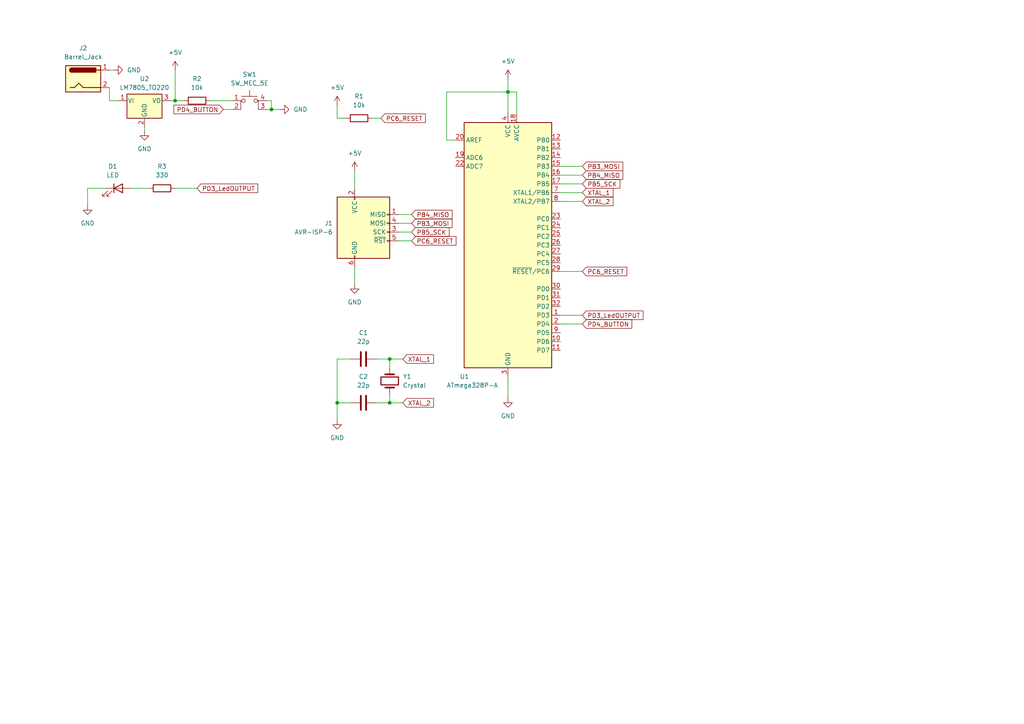
<source format=kicad_sch>
(kicad_sch (version 20230121) (generator eeschema)
  (paper "A4")
  (lib_symbols
    (symbol "Connector:AVR-ISP-6" (pin_names (offset 1.016))
      (property "Reference" "J" (at -6.35 11.43 0))
      (property "Value" "AVR-ISP-6" (at 0 11.43 0))
      (symbol "AVR-ISP-6_0_1"
        (rectangle (start -2.667 -6.858) (end -2.413 -7.62))
        (rectangle (start -2.667 10.16) (end -2.413 9.398))
        (rectangle (start 7.62 -2.413) (end 6.858 -2.667))
        (rectangle (start 7.62 0.127) (end 6.858 -0.127))
        (rectangle (start 7.62 2.667) (end 6.858 2.413))
        (rectangle (start 7.62 5.207) (end 6.858 4.953))
        (rectangle (start 7.62 10.16) (end -7.62 -7.62) (stroke (width 0.254)) (fill (type background)))
      )
      (symbol "AVR-ISP-6_1_1"
        (pin passive line (at 10.16 5.08 180) (length 2.54) (name "MISO") (number "1"))
        (pin passive line (at -2.54 12.7 270) (length 2.54) (name "VCC") (number "2"))
        (pin passive line (at 10.16 0 180) (length 2.54) (name "SCK") (number "3"))
        (pin passive line (at 10.16 2.54 180) (length 2.54) (name "MOSI") (number "4"))
        (pin passive line (at 10.16 -2.54 180) (length 2.54) (name "~{RST}") (number "5"))
        (pin passive line (at -2.54 -10.16 90) (length 2.54) (name "GND") (number "6"))
      )
    )
    (symbol "Connector:Barrel_Jack" (pin_names (offset 1.016))
      (property "Reference" "J" (at 0 5.334 0))
      (property "Value" "Barrel_Jack" (at 0 -5.08 0))
      (symbol "Barrel_Jack_0_1"
        (rectangle (start -5.08 3.81) (end 5.08 -3.81) (stroke (width 0.254)) (fill (type background)))
        (arc (start -3.302 3.175) (mid -3.9343 2.54) (end -3.302 1.905) (stroke (width 0.254)))
        (arc (start -3.302 3.175) (mid -3.9343 2.54) (end -3.302 1.905) (stroke (width 0.254)) (fill (type outline)))
        (polyline (pts (xy 5.08 2.54) (xy 3.81 2.54)) (stroke (width 0.254)))
        (polyline (pts (xy -3.81 -2.54) (xy -2.54 -2.54) (xy -1.27 -1.27) (xy 0 -2.54) (xy 2.54 -2.54) (xy 5.08 -2.54)) (stroke (width 0.254)))
        (rectangle (start 3.683 3.175) (end -3.302 1.905) (stroke (width 0.254)) (fill (type outline)))
      )
      (symbol "Barrel_Jack_1_1"
        (pin passive line (at 7.62 2.54 180) (length 2.54) (name "~") (number "1"))
        (pin passive line (at 7.62 -2.54 180) (length 2.54) (name "~") (number "2"))
      )
    )
    (symbol "Device:C" (pin_numbers hide) (pin_names (offset 0.254))
      (property "Reference" "C" (at 0.635 2.54 0))
      (property "Value" "C" (at 0.635 -2.54 0))
      (symbol "C_0_1"
        (polyline (pts (xy -2.032 -0.762) (xy 2.032 -0.762)) (stroke (width 0.508)))
        (polyline (pts (xy -2.032 0.762) (xy 2.032 0.762)) (stroke (width 0.508)))
      )
      (symbol "C_1_1"
        (pin passive line (at 0 3.81 270) (length 2.794) (name "~") (number "1"))
        (pin passive line (at 0 -3.81 90) (length 2.794) (name "~") (number "2"))
      )
    )
    (symbol "Device:Crystal" (pin_numbers hide) (pin_names (offset 1.016) hide)
      (property "Reference" "Y" (at 0 3.81 0))
      (property "Value" "Crystal" (at 0 -3.81 0))
      (symbol "Crystal_0_1"
        (rectangle (start -1.143 2.54) (end 1.143 -2.54) (stroke (width 0.3048)))
        (polyline (pts (xy -2.54 0) (xy -1.905 0)))
        (polyline (pts (xy -1.905 -1.27) (xy -1.905 1.27)) (stroke (width 0.508)))
        (polyline (pts (xy 1.905 -1.27) (xy 1.905 1.27)) (stroke (width 0.508)))
        (polyline (pts (xy 2.54 0) (xy 1.905 0)))
      )
      (symbol "Crystal_1_1"
        (pin passive line (at -3.81 0 0) (length 1.27) (name "1") (number "1"))
        (pin passive line (at 3.81 0 180) (length 1.27) (name "2") (number "2"))
      )
    )
    (symbol "Device:LED" (pin_numbers hide) (pin_names (offset 1.016) hide)
      (property "Reference" "D" (at 0 2.54 0))
      (property "Value" "LED" (at 0 -2.54 0))
      (symbol "LED_0_1"
        (polyline (pts (xy -1.27 -1.27) (xy -1.27 1.27)) (stroke (width 0.254)))
        (polyline (pts (xy -1.27 0) (xy 1.27 0)))
        (polyline (pts (xy 1.27 -1.27) (xy 1.27 1.27) (xy -1.27 0) (xy 1.27 -1.27)) (stroke (width 0.254)))
        (polyline (pts (xy -3.048 -0.762) (xy -4.572 -2.286) (xy -3.81 -2.286) (xy -4.572 -2.286) (xy -4.572 -1.524)))
        (polyline (pts (xy -1.778 -0.762) (xy -3.302 -2.286) (xy -2.54 -2.286) (xy -3.302 -2.286) (xy -3.302 -1.524)))
      )
      (symbol "LED_1_1"
        (pin passive line (at -3.81 0 0) (length 2.54) (name "K") (number "1"))
        (pin passive line (at 3.81 0 180) (length 2.54) (name "A") (number "2"))
      )
    )
    (symbol "Device:R" (pin_numbers hide) (pin_names (offset 0))
      (property "Reference" "R1" (at 6.35 0 90))
      (property "Value" "10k" (at 3.81 0 90))
      (symbol "R_0_1"
        (rectangle (start -1.016 2.54) (end 1.016 -2.54) (stroke (width 0.254)))
      )
      (symbol "R_1_1"
        (pin passive line (at 0 3.81 270) (length 1.27) (name "~") (number "1"))
        (pin passive line (at 0 -3.81 90) (length 1.27) (name "~") (number "2"))
      )
    )
    (symbol "MCU_Microchip_ATmega:ATmega328P-A"
      (property "Reference" "U" (at -12.7 36.83 0))
      (property "Value" "ATmega328P-A" (at 2.54 -36.83 0))
      (symbol "ATmega328P-A_0_1"
        (rectangle (start -12.7 -35.56) (end 12.7 35.56) (stroke (width 0.254)) (fill (type background)))
      )
      (symbol "ATmega328P-A_1_1"
        (pin bidirectional line (at 15.24 -20.32 180) (length 2.54) (name "PD3") (number "1"))
        (pin bidirectional line (at 15.24 -27.94 180) (length 2.54) (name "PD6") (number "10"))
        (pin bidirectional line (at 15.24 -30.48 180) (length 2.54) (name "PD7") (number "11"))
        (pin bidirectional line (at 15.24 30.48 180) (length 2.54) (name "PB0") (number "12"))
        (pin bidirectional line (at 15.24 27.94 180) (length 2.54) (name "PB1") (number "13"))
        (pin bidirectional line (at 15.24 25.4 180) (length 2.54) (name "PB2") (number "14"))
        (pin bidirectional line (at 15.24 22.86 180) (length 2.54) (name "PB3") (number "15"))
        (pin bidirectional line (at 15.24 20.32 180) (length 2.54) (name "PB4") (number "16"))
        (pin bidirectional line (at 15.24 17.78 180) (length 2.54) (name "PB5") (number "17"))
        (pin power_in line (at 2.54 38.1 270) (length 2.54) (name "AVCC") (number "18"))
        (pin input line (at -15.24 25.4 0) (length 2.54) (name "ADC6") (number "19"))
        (pin bidirectional line (at 15.24 -22.86 180) (length 2.54) (name "PD4") (number "2"))
        (pin passive line (at -15.24 30.48 0) (length 2.54) (name "AREF") (number "20"))
        (pin passive line (at 0 -38.1 90) (length 2.54) hide (name "GND") (number "21"))
        (pin input line (at -15.24 22.86 0) (length 2.54) (name "ADC7") (number "22"))
        (pin bidirectional line (at 15.24 7.62 180) (length 2.54) (name "PC0") (number "23"))
        (pin bidirectional line (at 15.24 5.08 180) (length 2.54) (name "PC1") (number "24"))
        (pin bidirectional line (at 15.24 2.54 180) (length 2.54) (name "PC2") (number "25"))
        (pin bidirectional line (at 15.24 0 180) (length 2.54) (name "PC3") (number "26"))
        (pin bidirectional line (at 15.24 -2.54 180) (length 2.54) (name "PC4") (number "27"))
        (pin bidirectional line (at 15.24 -5.08 180) (length 2.54) (name "PC5") (number "28"))
        (pin bidirectional line (at 15.24 -7.62 180) (length 2.54) (name "~{RESET}/PC6") (number "29"))
        (pin power_in line (at 0 -38.1 90) (length 2.54) (name "GND") (number "3"))
        (pin bidirectional line (at 15.24 -12.7 180) (length 2.54) (name "PD0") (number "30"))
        (pin bidirectional line (at 15.24 -15.24 180) (length 2.54) (name "PD1") (number "31"))
        (pin bidirectional line (at 15.24 -17.78 180) (length 2.54) (name "PD2") (number "32"))
        (pin power_in line (at 0 38.1 270) (length 2.54) (name "VCC") (number "4"))
        (pin passive line (at 0 -38.1 90) (length 2.54) hide (name "GND") (number "5"))
        (pin passive line (at 0 38.1 270) (length 2.54) hide (name "VCC") (number "6"))
        (pin bidirectional line (at 15.24 15.24 180) (length 2.54) (name "XTAL1/PB6") (number "7"))
        (pin bidirectional line (at 15.24 12.7 180) (length 2.54) (name "XTAL2/PB7") (number "8"))
        (pin bidirectional line (at 15.24 -25.4 180) (length 2.54) (name "PD5") (number "9"))
      )
    )
    (symbol "R_1" (pin_numbers hide) (pin_names (offset 0))
      (property "Reference" "R3" (at 6.35 0 90))
      (property "Value" "330" (at 3.81 0 90))
      (symbol "R_1_0_1"
        (rectangle (start -1.016 2.54) (end 1.016 -2.54) (stroke (width 0.254)))
      )
      (symbol "R_1_1_1"
        (pin passive line (at 0 3.81 270) (length 1.27) (name "~") (number "1"))
        (pin passive line (at 0 -3.81 90) (length 1.27) (name "~") (number "2"))
      )
    )
    (symbol "Regulator_Linear:LM7805_TO220" (pin_names (offset 0.254))
      (property "Reference" "U" (at -3.81 3.175 0))
      (property "Value" "LM7805_TO220" (at 0 3.175 0))
      (symbol "LM7805_TO220_0_1"
        (rectangle (start -5.08 1.905) (end 5.08 -5.08) (stroke (width 0.254)) (fill (type background)))
      )
      (symbol "LM7805_TO220_1_1"
        (pin power_in line (at -7.62 0 0) (length 2.54) (name "VI") (number "1"))
        (pin power_in line (at 0 -7.62 90) (length 2.54) (name "GND") (number "2"))
        (pin power_out line (at 7.62 0 180) (length 2.54) (name "VO") (number "3"))
      )
    )
    (symbol "Switch:SW_MEC_5E" (pin_names (offset 1.016) hide)
      (property "Reference" "SW" (at 0.635 5.715 0))
      (property "Value" "SW_MEC_5E" (at 0 -3.175 0))
      (symbol "SW_MEC_5E_0_1"
        (circle (center -1.778 2.54) (radius 0.508))
        (polyline (pts (xy -2.286 3.81) (xy 2.286 3.81)))
        (polyline (pts (xy 0 3.81) (xy 0 5.588)))
        (polyline (pts (xy -2.54 0) (xy -2.54 2.54) (xy -2.286 2.54)))
        (polyline (pts (xy 2.54 0) (xy 2.54 2.54) (xy 2.286 2.54)))
        (circle (center 1.778 2.54) (radius 0.508))
        (pin passive line (at -5.08 2.54 0) (length 2.54) (name "1") (number "1"))
        (pin passive line (at -5.08 0 0) (length 2.54) (name "2") (number "2"))
        (pin passive line (at 5.08 0 180) (length 2.54) (name "K") (number "3"))
        (pin passive line (at 5.08 2.54 180) (length 2.54) (name "A") (number "4"))
      )
    )
    (symbol "power:+5V" (power) (pin_names (offset 0))
      (property "Value" "+5V" (at 0 3.556 0))
      (symbol "+5V_0_1"
        (polyline (pts (xy -0.762 1.27) (xy 0 2.54)))
        (polyline (pts (xy 0 0) (xy 0 2.54)))
        (polyline (pts (xy 0 2.54) (xy 0.762 1.27)))
      )
      (symbol "+5V_1_1"
        (pin power_in line (at 0 0 90) (length 0) hide (name "+5V") (number "1"))
      )
    )
    (symbol "power:GND" (power) (pin_names (offset 0))
      (property "Value" "GND" (at 0 -3.81 0))
      (symbol "GND_0_1"
        (polyline (pts (xy 0 0) (xy 0 -1.27) (xy 1.27 -1.27) (xy 0 -2.54) (xy -1.27 -1.27) (xy 0 -1.27)))
      )
      (symbol "GND_1_1"
        (pin power_in line (at 0 0 270) (length 0) hide (name "GND") (number "1"))
      )
    )
  )
  (junction (at 50.8 29.21))
  (junction (at 97.79 116.84))
  (junction (at 113.03 116.84))
  (junction (at 147.32 26.67))
  (junction (at 78.74 31.75))
  (junction (at 113.03 104.14))
  (wire (pts (xy 33.02 20.32) (xy 31.75 20.32)))
  (wire (pts (xy 97.79 104.14) (xy 101.6 104.14)))
  (wire (pts (xy 77.47 29.21) (xy 78.74 29.21)))
  (wire (pts (xy 49.53 29.21) (xy 50.8 29.21)))
  (wire (pts (xy 50.8 20.32) (xy 50.8 29.21)))
  (wire (pts (xy 162.56 55.88) (xy 168.91 55.88)))
  (wire (pts (xy 102.87 49.53) (xy 102.87 54.61)))
  (wire (pts (xy 97.79 116.84) (xy 101.6 116.84)))
  (wire (pts (xy 115.57 69.85) (xy 119.38 69.85)))
  (wire (pts (xy 113.03 116.84) (xy 116.84 116.84)))
  (wire (pts (xy 147.32 26.67) (xy 129.54 26.67)))
  (wire (pts (xy 97.79 30.48) (xy 97.79 34.29)))
  (wire (pts (xy 113.03 114.3) (xy 113.03 116.84)))
  (wire (pts (xy 107.95 34.29) (xy 110.49 34.29)))
  (wire (pts (xy 60.96 29.21) (xy 67.31 29.21)))
  (wire (pts (xy 129.54 26.67) (xy 129.54 40.64)))
  (wire (pts (xy 109.22 104.14) (xy 113.03 104.14)))
  (wire (pts (xy 97.79 34.29) (xy 100.33 34.29)))
  (wire (pts (xy 149.86 33.02) (xy 149.86 26.67)))
  (wire (pts (xy 129.54 40.64) (xy 132.08 40.64)))
  (wire (pts (xy 78.74 29.21) (xy 78.74 31.75)))
  (wire (pts (xy 115.57 64.77) (xy 119.38 64.77)))
  (wire (pts (xy 50.8 54.61) (xy 57.15 54.61)))
  (wire (pts (xy 97.79 116.84) (xy 97.79 104.14)))
  (wire (pts (xy 102.87 77.47) (xy 102.87 82.55)))
  (wire (pts (xy 38.1 54.61) (xy 43.18 54.61)))
  (wire (pts (xy 149.86 26.67) (xy 147.32 26.67)))
  (wire (pts (xy 162.56 53.34) (xy 168.91 53.34)))
  (wire (pts (xy 115.57 62.23) (xy 119.38 62.23)))
  (wire (pts (xy 147.32 26.67) (xy 147.32 33.02)))
  (wire (pts (xy 97.79 121.92) (xy 97.79 116.84)))
  (wire (pts (xy 162.56 48.26) (xy 168.91 48.26)))
  (wire (pts (xy 31.75 29.21) (xy 34.29 29.21)))
  (wire (pts (xy 78.74 31.75) (xy 81.28 31.75)))
  (wire (pts (xy 25.4 54.61) (xy 25.4 59.69)))
  (wire (pts (xy 162.56 93.98) (xy 168.91 93.98)))
  (wire (pts (xy 162.56 58.42) (xy 168.91 58.42)))
  (wire (pts (xy 147.32 109.22) (xy 147.32 115.57)))
  (wire (pts (xy 147.32 22.86) (xy 147.32 26.67)))
  (wire (pts (xy 113.03 106.68) (xy 113.03 104.14)))
  (wire (pts (xy 77.47 31.75) (xy 78.74 31.75)))
  (wire (pts (xy 30.48 54.61) (xy 25.4 54.61)))
  (wire (pts (xy 162.56 50.8) (xy 168.91 50.8)))
  (wire (pts (xy 41.91 36.83) (xy 41.91 38.1)))
  (wire (pts (xy 50.8 29.21) (xy 53.34 29.21)))
  (wire (pts (xy 162.56 91.44) (xy 168.91 91.44)))
  (wire (pts (xy 64.77 31.75) (xy 67.31 31.75)))
  (wire (pts (xy 109.22 116.84) (xy 113.03 116.84)))
  (wire (pts (xy 115.57 67.31) (xy 119.38 67.31)))
  (wire (pts (xy 162.56 78.74) (xy 168.91 78.74)))
  (wire (pts (xy 31.75 25.4) (xy 31.75 29.21)))
  (wire (pts (xy 113.03 104.14) (xy 116.84 104.14)))
  (global_label "XTAL_1" (shape input) (at 168.91 55.88 0) (property "Intersheetrefs" "${INTERSHEET_REFS}" (effects hide)))
  (global_label "PD4_BUTTON" (shape input) (at 64.77 31.75 180) (property "Intersheetrefs" "${INTERSHEET_REFS}" (effects hide)))
  (global_label "PD4_BUTTON" (shape input) (at 168.91 93.98 0) (property "Intersheetrefs" "${INTERSHEET_REFS}" (effects hide)))
  (global_label "PC6_RESET" (shape input) (at 119.38 69.85 0) (property "Intersheetrefs" "${INTERSHEET_REFS}" (effects hide)))
  (global_label "PB3_MOSI" (shape input) (at 168.91 48.26 0) (property "Intersheetrefs" "${INTERSHEET_REFS}" (effects hide)))
  (global_label "PB3_MOSI" (shape input) (at 119.38 64.77 0) (property "Intersheetrefs" "${INTERSHEET_REFS}" (effects hide)))
  (global_label "XTAL_2" (shape input) (at 116.84 116.84 0) (property "Intersheetrefs" "${INTERSHEET_REFS}" (effects hide)))
  (global_label "PD3_LedOUTPUT" (shape input) (at 168.91 91.44 0) (property "Intersheetrefs" "${INTERSHEET_REFS}" (effects hide)))
  (global_label "XTAL_2" (shape input) (at 168.91 58.42 0) (property "Intersheetrefs" "${INTERSHEET_REFS}" (effects hide)))
  (global_label "PC6_RESET" (shape input) (at 168.91 78.74 0) (property "Intersheetrefs" "${INTERSHEET_REFS}" (effects hide)))
  (global_label "PB5_SCK" (shape input) (at 119.38 67.31 0) (property "Intersheetrefs" "${INTERSHEET_REFS}" (effects hide)))
  (global_label "XTAL_1" (shape input) (at 116.84 104.14 0) (property "Intersheetrefs" "${INTERSHEET_REFS}" (effects hide)))
  (global_label "PB4_MISO" (shape input) (at 168.91 50.8 0) (property "Intersheetrefs" "${INTERSHEET_REFS}" (effects hide)))
  (global_label "PD3_LedOUTPUT" (shape input) (at 57.15 54.61 0) (property "Intersheetrefs" "${INTERSHEET_REFS}" (effects hide)))
  (global_label "PC6_RESET" (shape input) (at 110.49 34.29 0) (property "Intersheetrefs" "${INTERSHEET_REFS}" (effects hide)))
  (global_label "PB4_MISO" (shape input) (at 119.38 62.23 0) (property "Intersheetrefs" "${INTERSHEET_REFS}" (effects hide)))
  (global_label "PB5_SCK" (shape input) (at 168.91 53.34 0) (property "Intersheetrefs" "${INTERSHEET_REFS}" (effects hide)))
  (symbol (lib_id "Regulator_Linear:LM7805_TO220") (at 41.91 29.21 0) (unit 1)
    (property "Reference" "U2" (at 41.91 22.86 0))
    (property "Value" "LM7805_TO220" (at 41.91 25.4 0))
    (property "Footprint" "Package_TO_SOT_THT:TO-220-3_Vertical" (effects hide))
    (property "Datasheet" "https://www.onsemi.cn/PowerSolutions/document/MC7800-D.PDF" (effects hide))
  )
  (symbol (lib_id "power:+5V") (at 102.87 49.53 0) (unit 1)
    (property "Reference" "#PWR04" (effects hide))
    (property "Value" "+5V" (at 102.87 44.45 0))
  )
  (symbol (lib_id "Connector:AVR-ISP-6") (at 105.41 67.31 0) (unit 1)
    (property "Reference" "J1" (at 96.52 64.77 0) (effects (justify right)))
    (property "Value" "AVR-ISP-6" (at 96.52 67.31 0) (effects (justify right)))
    (property "Footprint" "Connector_IDC:IDC-Header_2x03_P2.54mm_Vertical" (effects hide))
    (property "Datasheet" " ~" (effects hide))
  )
  (symbol (lib_id "power:GND") (at 41.91 38.1 0) (unit 1)
    (property "Reference" "#PWR011" (effects hide))
    (property "Value" "GND" (at 41.91 43.18 0))
  )
  (symbol (lib_id "power:GND") (at 147.32 115.57 0) (unit 1)
    (property "Reference" "#PWR02" (effects hide))
    (property "Value" "GND" (at 147.32 120.65 0))
  )
  (symbol (lib_id "power:GND") (at 81.28 31.75 90) (unit 1)
    (property "Reference" "#PWR07" (effects hide))
    (property "Value" "GND" (at 85.09 31.75 90) (effects (justify right)))
  )
  (symbol (lib_id "power:GND") (at 33.02 20.32 90) (unit 1)
    (property "Reference" "#PWR09" (effects hide))
    (property "Value" "GND" (at 36.83 20.32 90) (effects (justify right)))
  )
  (symbol (lib_id "Device:C") (at 105.41 116.84 270) (unit 1)
    (property "Reference" "C2" (at 105.41 109.22 90))
    (property "Value" "22p" (at 105.41 111.76 90))
    (property "Footprint" "Capacitor_THT:C_Disc_D3.0mm_W1.6mm_P2.50mm" (effects hide))
  )
  (symbol (lib_id "power:+5V") (at 147.32 22.86 0) (unit 1)
    (property "Reference" "#PWR01" (effects hide))
    (property "Value" "+5V" (at 147.32 17.78 0))
  )
  (symbol (lib_name "R_1") (lib_id "Device:R") (at 46.99 54.61 90) (unit 1)
    (property "Reference" "R3" (at 46.99 48.26 90))
    (property "Value" "330" (at 46.99 50.8 90))
    (property "Footprint" "Resistor_THT:R_Axial_DIN0204_L3.6mm_D1.6mm_P5.08mm_Vertical" (effects hide))
  )
  (symbol (lib_id "Device:C") (at 105.41 104.14 90) (unit 1)
    (property "Reference" "C1" (at 105.41 96.52 90))
    (property "Value" "22p" (at 105.41 99.06 90))
    (property "Footprint" "Capacitor_THT:C_Disc_D3.0mm_W1.6mm_P2.50mm" (effects hide))
  )
  (symbol (lib_id "power:+5V") (at 50.8 20.32 0) (unit 1)
    (property "Reference" "#PWR010" (effects hide))
    (property "Value" "+5V" (at 50.8 15.24 0))
  )
  (symbol (lib_id "Switch:SW_MEC_5E") (at 72.39 31.75 0) (unit 1)
    (property "Reference" "SW1" (at 72.39 21.59 0))
    (property "Value" "SW_MEC_5E" (at 72.39 24.13 0))
    (property "Footprint" "Button_Switch_THT:SW_DIP_SPSTx02_Piano_10.8x6.64mm_W7.62mm_P2.54mm" (effects hide))
    (property "Datasheet" "http://www.apem.com/int/index.php?controller=attachment&id_attachment=1371" (effects hide))
  )
  (symbol (lib_id "Device:Crystal") (at 113.03 110.49 90) (unit 1)
    (property "Reference" "Y1" (at 116.84 109.22 90) (effects (justify right)))
    (property "Value" "Crystal" (at 116.84 111.76 90) (effects (justify right)))
    (property "Footprint" "Crystal:Crystal_HC49-U_Vertical" (effects hide))
  )
  (symbol (lib_id "MCU_Microchip_ATmega:ATmega328P-A") (at 147.32 71.12 0) (unit 1)
    (property "Reference" "U1" (at 133.35 109.22 0) (effects (justify left)))
    (property "Value" "ATmega328P-A" (at 129.54 111.76 0) (effects (justify left)))
    (property "Footprint" "Package_QFP:TQFP-32_7x7mm_P0.8mm" (effects hide))
    (property "Datasheet" "http://ww1.microchip.com/downloads/en/DeviceDoc/ATmega328_P%20AVR%20MCU%20with%20picoPower%20Technology%20Data%20Sheet%2040001984A.pdf" (effects hide))
  )
  (symbol (lib_id "Connector:Barrel_Jack") (at 24.13 22.86 0) (unit 1)
    (property "Reference" "J2" (at 24.13 13.97 0))
    (property "Value" "Barrel_Jack" (at 24.13 16.51 0))
    (property "Footprint" "Connector_BarrelJack:BarrelJack_SwitchcraftConxall_RAPC10U_Horizontal" (effects hide))
  )
  (symbol (lib_id "power:+5V") (at 97.79 30.48 0) (unit 1)
    (property "Reference" "#PWR05" (effects hide))
    (property "Value" "+5V" (at 97.79 25.4 0))
  )
  (symbol (lib_id "power:GND") (at 97.79 121.92 0) (unit 1)
    (property "Reference" "#PWR06" (effects hide))
    (property "Value" "GND" (at 97.79 127 0))
  )
  (symbol (lib_id "power:GND") (at 102.87 82.55 0) (unit 1)
    (property "Reference" "#PWR03" (effects hide))
    (property "Value" "GND" (at 102.87 87.63 0))
  )
  (symbol (lib_id "Device:LED") (at 34.29 54.61 0) (unit 1)
    (property "Reference" "D1" (at 32.7025 48.26 0))
    (property "Value" "LED" (at 32.7025 50.8 0))
    (property "Footprint" "LED_THT:LED_D3.0mm_Clear" (effects hide))
  )
  (symbol (lib_id "Device:R") (at 104.14 34.29 90) (unit 1)
    (property "Reference" "R1" (at 104.14 27.94 90))
    (property "Value" "10k" (at 104.14 30.48 90))
    (property "Footprint" "Resistor_THT:R_Axial_DIN0204_L3.6mm_D1.6mm_P5.08mm_Vertical" (effects hide))
  )
  (symbol (lib_id "power:GND") (at 25.4 59.69 0) (unit 1)
    (property "Reference" "#PWR08" (effects hide))
    (property "Value" "GND" (at 25.4 64.77 0))
  )
  (symbol (lib_id "Device:R") (at 57.15 29.21 90) (unit 1)
    (property "Reference" "R2" (at 57.15 22.86 90))
    (property "Value" "10k" (at 57.15 25.4 90))
    (property "Footprint" "Resistor_THT:R_Axial_DIN0204_L3.6mm_D1.6mm_P5.08mm_Vertical" (effects hide))
  )
)
</source>
